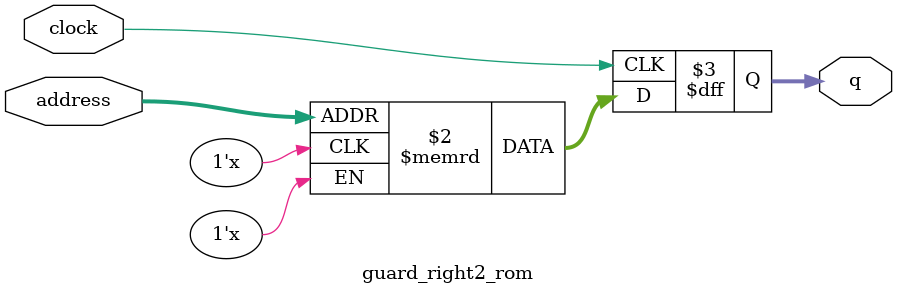
<source format=sv>
module guard_right2_rom (
	input logic clock,
	input logic [9:0] address,
	output logic [3:0] q
);

logic [3:0] memory [0:944] /* synthesis ram_init_file = "./guard_right2.mif" */;

always_ff @ (posedge clock) begin
	q <= memory[address];
end

endmodule

</source>
